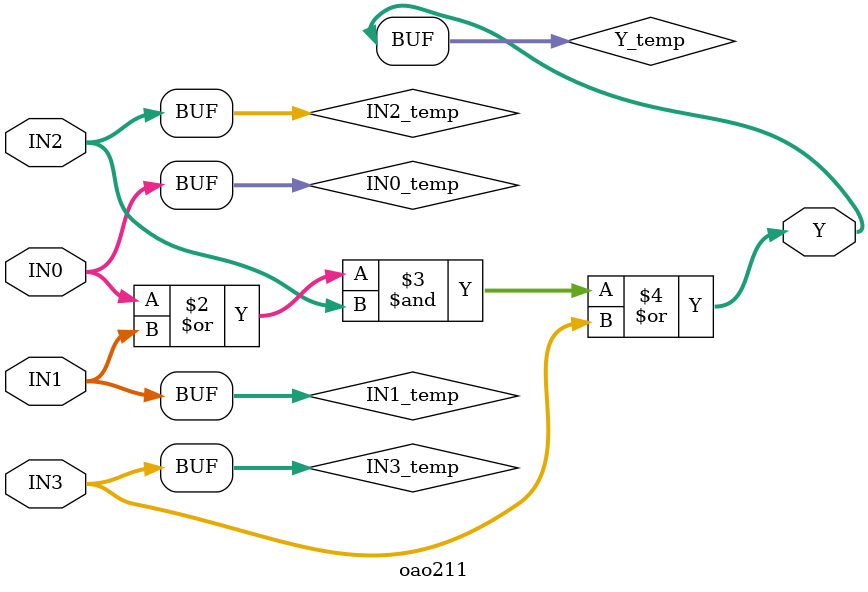
<source format=v>
module oao211(IN0,IN1,IN2,IN3,Y);
  parameter N = 8;
  parameter DPFLAG = 0;
  parameter GROUP = "std";
  parameter
        d_IN0 = 0,
        d_IN1 = 0,
        d_IN2 = 0,
        d_IN3 = 0,
        d_Y = 1;
  input [(N - 1):0] IN0;
  input [(N - 1):0] IN1;
  input [(N - 1):0] IN2;
  input [(N - 1):0] IN3;
  output [(N - 1):0] Y;
  wire [(N - 1):0] IN0_temp;
  wire [(N - 1):0] IN1_temp;
  wire [(N - 1):0] IN2_temp;
  wire [(N - 1):0] IN3_temp;
  reg [(N - 1):0] Y_temp;
  assign #(d_IN0) IN0_temp = IN0;
  assign #(d_IN1) IN1_temp = IN1;
  assign #(d_IN2) IN2_temp = IN2;
  assign #(d_IN3) IN3_temp = IN3;
  assign #(d_Y) Y = Y_temp;
  initial
    begin
    if((DPFLAG == 1))
      $display("(WARNING) The instance %m of type oao211 can't be implemented as a data-path cell");
    end
  always
    @(IN0_temp or IN1_temp or IN2_temp or IN3_temp)
      begin
      Y_temp = (((IN0_temp | IN1_temp) & IN2_temp) | IN3_temp);
      end
endmodule

</source>
